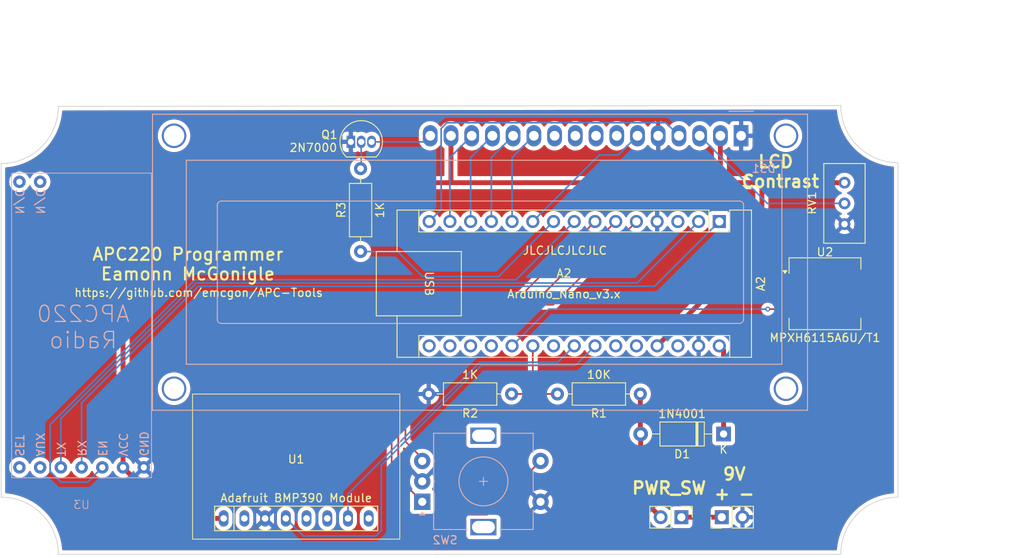
<source format=kicad_pcb>
(kicad_pcb (version 20240108) (generator "pcbnew") (generator_version "8.0")
  (title_block (title "APC220 Programmer") (company "Eamonn McGonigle") (comment 1 "https://github.com/emcgon/APC220-Tools") (comment 4 "Should fit in a Hammond 1591CS box"))
  (layers (0 "F.Cu" signal) (31 "B.Cu" signal) (34 "B.Paste" user) (35 "F.Paste" user) (36 "B.SilkS" user "B.Silkscreen") (37 "F.SilkS" user "F.Silkscreen") (38 "B.Mask" user) (39 "F.Mask" user) (44 "Edge.Cuts" user))
  (net 0 "")
  (net 2 "Net-(A2-VIN)")
  (net 6 "APC220_TXD")
  (net 7 "APC220_RXD")
  (net 8 "ROTARY_ENC_A")
  (net 9 "ROTARY_ENC_B")
  (net 10 "ROTARY_ENC_SWITCH")
  (net 11 "APC220_EN")
  (net 12 "LCD_BACKLIGHT")
  (net 13 "LCD_EN")
  (net 14 "LCD_D4")
  (net 15 "LCD_D5")
  (net 16 "LCD_D6")
  (net 17 "LCD_D7")
  (net 18 "LCD_RS")
  (net 21 "GND")
  (net 25 "Net-(A2-A1)")
  (net 26 "+5V")
  (net 27 "Net-(DS1-VO)")
  (net 32 "Net-(DS1-LED(-))")
  (net 35 "/Battery Sense")
  (net 36 "Net-(BT1-+)")
  (net 42 "Net-(Q1-G)")
  (net 49 "/I2C_SCL")
  (net 50 "/I2C_SDA")
  (net 51 "Net-(D1-A)")
  (footprint "Sensor_Pressure:Freescale_98ARH99089A" (layer "F.Cu") (at 180.11 96.61)
    (property "Reference" "U2" (at 0 -5.1 0) (layer "F.SilkS"))
    (property "Value" "MPXH6115A6U/T1" (at 0 5.4 0) (layer "F.SilkS"))
    (fp_line (start -4.4 -4.4) (end -4.4 -2.5) (stroke (width 0.12)) (layer "F.SilkS"))
    (fp_line (start -4.4 4.4) (end -4.4 3) (stroke (width 0.12)) (layer "F.SilkS"))
    (fp_line (start 4.4 -4.4) (end -4.4 -4.4) (stroke (width 0.12)) (layer "F.SilkS"))
    (fp_line (start 4.4 -3) (end 4.4 -4.4) (stroke (width 0.12)) (layer "F.SilkS"))
    (fp_line (start 4.4 3) (end 4.4 4.4) (stroke (width 0.12)) (layer "F.SilkS"))
    (fp_line (start 4.4 4.4) (end -4.4 4.4) (stroke (width 0.12)) (layer "F.SilkS"))
    (fp_poly (pts (xy -4.9 -2.5) (xy -5.14 -2.83) (xy -4.66 -2.83) (xy -4.9 -2.5)) (stroke (width 0.12)) (fill solid) (layer "F.SilkS"))
    (pad "1" smd rect (at -4.9149 -1.905) (size 1.35 0.7) (layers "F.Cu" "F.Paste" "F.Mask"))
    (pad "2" smd rect (at -4.9149 -0.635) (size 1.35 0.7) (layers "F.Cu" "F.Paste" "F.Mask") (net 26 "+5V"))
    (pad "3" smd rect (at -4.9149 0.635) (size 1.35 0.7) (layers "F.Cu" "F.Paste" "F.Mask") (net 21 "GND"))
    (pad "4" smd rect (at -4.9149 1.905) (size 1.35 0.7) (layers "F.Cu" "F.Paste" "F.Mask") (net 25 "Net-(A2-A1)"))
    (pad "5" smd rect (at 4.9149 1.905) (size 1.35 0.7) (layers "F.Cu" "F.Paste" "F.Mask"))
    (pad "6" smd rect (at 4.9149 0.635) (size 1.35 0.7) (layers "F.Cu" "F.Paste" "F.Mask"))
    (pad "7" smd rect (at 4.9149 -0.635) (size 1.35 0.7) (layers "F.Cu" "F.Paste" "F.Mask"))
    (pad "8" smd rect (at 4.9149 -1.905) (size 1.35 0.7) (layers "F.Cu" "F.Paste" "F.Mask"))
  )
  (footprint "Resistor_THT:R_Axial_DIN0207_L6.3mm_D2.5mm_P10.16mm_Horizontal" (layer "F.Cu") (at 123.19 91.44 90)
    (property "Reference" "R3" (at 5.08 -2.37 -90) (layer "F.SilkS"))
    (property "Value" "1K" (at 5.08 2.37 -90) (layer "F.SilkS"))
    (fp_line (start 8.35 -1.37) (end 1.81 -1.37) (stroke (width 0.12)) (layer "F.SilkS"))
    (fp_line (start 1.81 -1.37) (end 1.81 1.37) (stroke (width 0.12)) (layer "F.SilkS"))
    (fp_line (start 9.12 0) (end 8.35 0) (stroke (width 0.12)) (layer "F.SilkS"))
    (fp_line (start 1.04 0) (end 1.81 0) (stroke (width 0.12)) (layer "F.SilkS"))
    (fp_line (start 8.35 1.37) (end 8.35 -1.37) (stroke (width 0.12)) (layer "F.SilkS"))
    (fp_line (start 1.81 1.37) (end 8.35 1.37) (stroke (width 0.12)) (layer "F.SilkS"))
    (pad "1" thru_hole circle (at 0 0 90) (size 1.6 1.6) (drill 0.8) (layers "*.Cu" "*.Mask") (net 12 "LCD_BACKLIGHT"))
    (pad "2" thru_hole oval (at 10.16 0 90) (size 1.6 1.6) (drill 0.8) (layers "*.Cu" "*.Mask") (net 42 "Net-(Q1-G)"))
  )
  (footprint "Connector_PinHeader_2.54mm:PinHeader_1x02_P2.54mm_Vertical" (layer "F.Cu") (at 167.46 124 90)
    (property "Reference" "BT1" (hide yes))
    (property "Value" "9V PP3")
    (fp_line (start -1.33 -1.33) (end 0 -1.33) (stroke (width 0.12)) (layer "F.SilkS"))
    (fp_line (start -1.33 0) (end -1.33 -1.33) (stroke (width 0.12)) (layer "F.SilkS"))
    (fp_line (start 1.33 1.27) (end 1.33 3.87) (stroke (width 0.12)) (layer "F.SilkS"))
    (fp_line (start -1.33 1.27) (end 1.33 1.27) (stroke (width 0.12)) (layer "F.SilkS"))
    (fp_line (start -1.33 1.27) (end -1.33 3.87) (stroke (width 0.12)) (layer "F.SilkS"))
    (fp_line (start -1.33 3.87) (end 1.33 3.87) (stroke (width 0.12)) (layer "F.SilkS"))
    (pad "1" thru_hole rect (at 0 0 90) (size 1.7 1.7) (drill 1) (layers "*.Cu" "*.Mask") (net 36 "Net-(BT1-+)"))
    (pad "2" thru_hole oval (at 0 2.54 90) (size 1.7 1.7) (drill 1) (layers "*.Cu" "*.Mask") (net 21 "GND"))
  )
  (footprint "Potentiometer_THT:Potentiometer_Bourns_3296W_Vertical" (layer "F.Cu") (at 182.5 88.08 -90)
    (property "Reference" "RV1" (at -2.58 4 90) (layer "F.SilkS"))
    (property "Value" "R_POT_TRIM")
    (fp_line (start -7.425 2.54) (end 2.345 2.54) (stroke (width 0.12)) (layer "F.SilkS"))
    (fp_line (start -7.425 -2.53) (end -7.425 2.54) (stroke (width 0.12)) (layer "F.SilkS"))
    (fp_line (start -7.425 -2.53) (end 2.345 -2.53) (stroke (width 0.12)) (layer "F.SilkS"))
    (fp_line (start 2.345 -2.53) (end 2.345 2.54) (stroke (width 0.12)) (layer "F.SilkS"))
    (pad "1" thru_hole circle (at 0 0 270) (size 1.44 1.44) (drill 0.8) (layers "*.Cu" "*.Mask") (net 21 "GND"))
    (pad "2" thru_hole circle (at -2.54 0 270) (size 1.44 1.44) (drill 0.8) (layers "*.Cu" "*.Mask") (net 27 "Net-(DS1-VO)"))
    (pad "3" thru_hole circle (at -5.08 0 270) (size 1.44 1.44) (drill 0.8) (layers "*.Cu" "*.Mask") (net 26 "+5V"))
  )
  (footprint "Library:Adafruit BMP390 Module" (layer "F.Cu") (at 115.3 124.15)
    (property "Reference" "U1" (at 0 -7.25 0) (layer "F.SilkS"))
    (property "Value" "Adafruit BMP390 Module" (at 0 -2.5 0) (layer "F.SilkS"))
    (fp_line (start -9.99 -1.5) (end 9.99 -1.5) (stroke (width 0.12)) (layer "F.SilkS"))
    (fp_line (start -9.99 1.5) (end -9.99 -1.5) (stroke (width 0.12)) (layer "F.SilkS"))
    (fp_line (start -7.62 -1.5) (end -7.62 1.5) (stroke (width 0.12)) (layer "F.SilkS"))
    (fp_line (start 9.99 -1.5) (end 9.99 1.5) (stroke (width 0.12)) (layer "F.SilkS"))
    (fp_line (start 9.99 1.5) (end -9.99 1.5) (stroke (width 0.12)) (layer "F.SilkS"))
    (fp_rect (start -12.7 -15.24) (end 12.7 2.54) (stroke (width 0.1)) (fill none) (layer "F.SilkS"))
    (pad "1" thru_hole oval (at -8.89 0) (size 1.2 2) (drill 0.8) (layers "*.Cu" "*.Mask") (net 26 "+5V"))
    (pad "2" thru_hole oval (at -6.35 0) (size 1.2 2) (drill 0.8) (layers "*.Cu" "*.Mask"))
    (pad "3" thru_hole oval (at -3.81 0) (size 1.2 2) (drill 0.8) (layers "*.Cu" "*.Mask") (net 21 "GND"))
    (pad "4" thru_hole oval (at -1.27 0) (size 1.2 2) (drill 0.8) (layers "*.Cu" "*.Mask") (net 49 "/I2C_SCL"))
    (pad "5" thru_hole oval (at 1.27 0) (size 1.2 2) (drill 0.8) (layers "*.Cu" "*.Mask"))
    (pad "6" thru_hole oval (at 3.81 0) (size 1.2 2) (drill 0.8) (layers "*.Cu" "*.Mask"))
    (pad "7" thru_hole oval (at 6.35 0) (size 1.2 2) (drill 0.8) (layers "*.Cu" "*.Mask") (net 50 "/I2C_SDA"))
    (pad "8" thru_hole oval (at 8.89 0) (size 1.2 2) (drill 0.8) (layers "*.Cu" "*.Mask"))
  )
  (footprint "Resistor_THT:R_Axial_DIN0207_L6.3mm_D2.5mm_P10.16mm_Horizontal" (layer "F.Cu") (at 141.7 108.9 180)
    (property "Reference" "R2" (at 5.08 -2.37 180) (layer "F.SilkS"))
    (property "Value" "1K" (at 5.08 2.37 180) (layer "F.SilkS"))
    (fp_line (start 9.12 0) (end 8.35 0) (stroke (width 0.12)) (layer "F.SilkS"))
    (fp_line (start 8.35 1.37) (end 8.35 -1.37) (stroke (width 0.12)) (layer "F.SilkS"))
    (fp_line (start 8.35 -1.37) (end 1.81 -1.37) (stroke (width 0.12)) (layer "F.SilkS"))
    (fp_line (start 1.81 1.37) (end 8.35 1.37) (stroke (width 0.12)) (layer "F.SilkS"))
    (fp_line (start 1.81 -1.37) (end 1.81 1.37) (stroke (width 0.12)) (layer "F.SilkS"))
    (fp_line (start 1.04 0) (end 1.81 0) (stroke (width 0.12)) (layer "F.SilkS"))
    (pad "1" thru_hole circle (at 0 0 180) (size 1.6 1.6) (drill 0.8) (layers "*.Cu" "*.Mask") (net 35 "/Battery Sense"))
    (pad "2" thru_hole oval (at 10.16 0 180) (size 1.6 1.6) (drill 0.8) (layers "*.Cu" "*.Mask") (net 21 "GND"))
  )
  (footprint "Resistor_THT:R_Axial_DIN0207_L6.3mm_D2.5mm_P10.16mm_Horizontal" (layer "F.Cu") (at 157.48 108.9 180)
    (property "Reference" "R1" (at 5.08 -2.37 180) (layer "F.SilkS"))
    (property "Value" "10K" (at 5.08 2.37 180) (layer "F.SilkS"))
    (fp_line (start 9.12 0) (end 8.35 0) (stroke (width 0.12)) (layer "F.SilkS"))
    (fp_line (start 8.35 1.37) (end 8.35 -1.37) (stroke (width 0.12)) (layer "F.SilkS"))
    (fp_line (start 8.35 -1.37) (end 1.81 -1.37) (stroke (width 0.12)) (layer "F.SilkS"))
    (fp_line (start 1.81 1.37) (end 8.35 1.37) (stroke (width 0.12)) (layer "F.SilkS"))
    (fp_line (start 1.81 -1.37) (end 1.81 1.37) (stroke (width 0.12)) (layer "F.SilkS"))
    (fp_line (start 1.04 0) (end 1.81 0) (stroke (width 0.12)) (layer "F.SilkS"))
    (pad "1" thru_hole circle (at 0 0 180) (size 1.6 1.6) (drill 0.8) (layers "*.Cu" "*.Mask") (net 51 "Net-(D1-A)"))
    (pad "2" thru_hole oval (at 10.16 0 180) (size 1.6 1.6) (drill 0.8) (layers "*.Cu" "*.Mask") (net 35 "/Battery Sense"))
  )
  (footprint "Diode_THT:D_A-405_P10.16mm_Horizontal" (layer "F.Cu") (at 167.68 113.8 180)
    (property "Reference" "D1" (at 5.08 -2.47 180) (layer "F.SilkS"))
    (property "Value" "1N4001" (at 5.08 2.47 180) (layer "F.SilkS"))
    (fp_line (start 9.02 0) (end 7.8 0) (stroke (width 0.12)) (layer "F.SilkS"))
    (fp_line (start 7.8 1.47) (end 7.8 -1.47) (stroke (width 0.12)) (layer "F.SilkS"))
    (fp_line (start 7.8 -1.47) (end 2.36 -1.47) (stroke (width 0.12)) (layer "F.SilkS"))
    (fp_line (start 3.38 -1.47) (end 3.38 1.47) (stroke (width 0.12)) (layer "F.SilkS"))
    (fp_line (start 3.26 -1.47) (end 3.26 1.47) (stroke (width 0.12)) (layer "F.SilkS"))
    (fp_line (start 3.14 -1.47) (end 3.14 1.47) (stroke (width 0.12)) (layer "F.SilkS"))
    (fp_line (start 2.36 1.47) (end 7.8 1.47) (stroke (width 0.12)) (layer "F.SilkS"))
    (fp_line (start 2.36 -1.47) (end 2.36 1.47) (stroke (width 0.12)) (layer "F.SilkS"))
    (fp_line (start 1.14 0) (end 2.36 0) (stroke (width 0.12)) (layer "F.SilkS"))
    (fp_text user "K" (at 0 -1.9 180) (layer "F.SilkS"))
    (pad "1" thru_hole rect (at 0 0 180) (size 1.8 1.8) (drill 0.9) (layers "*.Cu" "*.Mask") (net 2 "Net-(A2-VIN)"))
    (pad "2" thru_hole oval (at 10.16 0 180) (size 1.8 1.8) (drill 0.9) (layers "*.Cu" "*.Mask") (net 51 "Net-(D1-A)"))
  )
  (footprint "Package_TO_SOT_THT:TO-92_Inline" (layer "F.Cu") (at 122 78)
    (property "Reference" "Q1" (at -2.63 -0.87 0) (layer "F.SilkS"))
    (property "Value" "2N7000" (at -4.6 0.72 0) (layer "F.SilkS"))
    (fp_line (start -0.53 1.85) (end 3.07 1.85) (stroke (width 0.12)) (layer "F.SilkS"))
    (fp_arc (start -0.568478 1.838478) (mid -1.132087 -0.994977) (end 1.27 -2.6) (stroke (width 0.12)) (layer "F.SilkS"))
    (fp_arc (start 1.27 -2.6) (mid 3.672087 -0.994977) (end 3.108478 1.838478) (stroke (width 0.12)) (layer "F.SilkS"))
    (pad "1" thru_hole rect (at 0 0) (size 1.05 1.5) (drill 0.75) (layers "*.Cu" "*.Mask") (net 21 "GND"))
    (pad "2" thru_hole oval (at 1.27 0) (size 1.05 1.5) (drill 0.75) (layers "*.Cu" "*.Mask") (net 42 "Net-(Q1-G)"))
    (pad "3" thru_hole oval (at 2.54 0) (size 1.05 1.5) (drill 0.75) (layers "*.Cu" "*.Mask") (net 32 "Net-(DS1-LED(-))"))
  )
  (footprint "Connector_PinHeader_2.54mm:PinHeader_1x02_P2.54mm_Vertical" (layer "F.Cu") (at 162.51 124 -90)
    (property "Reference" "SW1" (hide yes))
    (property "Value" "SW_SPST")
    (fp_line (start -1.33 3.87) (end 1.33 3.87) (stroke (width 0.12)) (layer "F.SilkS"))
    (fp_line (start -1.33 1.27) (end -1.33 3.87) (stroke (width 0.12)) (layer "F.SilkS"))
    (fp_line (start -1.33 1.27) (end 1.33 1.27) (stroke (width 0.12)) (layer "F.SilkS"))
    (fp_line (start 1.33 1.27) (end 1.33 3.87) (stroke (width 0.12)) (layer "F.SilkS"))
    (fp_line (start -1.33 0) (end -1.33 -1.33) (stroke (width 0.12)) (layer "F.SilkS"))
    (fp_line (start -1.33 -1.33) (end 0 -1.33) (stroke (width 0.12)) (layer "F.SilkS"))
    (pad "1" thru_hole rect (at 0 0 270) (size 1.7 1.7) (drill 1) (layers "*.Cu" "*.Mask") (net 36 "Net-(BT1-+)"))
    (pad "2" thru_hole oval (at 0 2.54 270) (size 1.7 1.7) (drill 1) (layers "*.Cu" "*.Mask") (net 51 "Net-(D1-A)"))
  )
  (footprint "Module:Arduino_Nano" (layer "F.Cu") (at 167.16 87.76 -90)
    (property "Reference" "A2" (at 7.62 -5.08 90) (layer "F.SilkS"))
    (property "Value" "Arduino_Nano_v3.x" (at 8.89 19.05 180) (layer "F.SilkS"))
    (fp_line (start 3.68 42.04) (end 3.68 31.62) (stroke (width 0.12)) (layer "F.SilkS"))
    (fp_line (start 11.56 42.04) (end 3.68 42.04) (stroke (width 0.12)) (layer "F.SilkS"))
    (fp_line (start -1.4 39.5) (end 3.68 39.5) (stroke (width 0.12)) (layer "F.SilkS"))
    (fp_line (start 16.64 39.5) (end 11.56 39.5) (stroke (width 0.12)) (layer "F.SilkS"))
    (fp_line (start 16.64 39.5) (end 16.64 -3.94) (stroke (width 0.12)) (layer "F.SilkS"))
    (fp_line (start 1.27 36.83) (end -1.4 36.83) (stroke (width 0.12)) (layer "F.SilkS"))
    (fp_line (start 13.97 36.83) (end 16.64 36.83) (stroke (width 0.12)) (layer "F.SilkS"))
    (fp_line (start 3.68 31.62) (end 11.56 31.62) (stroke (width 0.12)) (layer "F.SilkS"))
    (fp_line (start 11.56 31.62) (end 11.56 42.04) (stroke (width 0.12)) (layer "F.SilkS"))
    (fp_line (start -1.4 1.27) (end -1.4 39.5) (stroke (width 0.12)) (layer "F.SilkS"))
    (fp_line (start 1.27 1.27) (end 1.27 36.83) (stroke (width 0.12)) (layer "F.SilkS"))
    (fp_line (start 1.27 1.27) (end -1.4 1.27) (stroke (width 0.12)) (layer "F.SilkS"))
    (fp_line (start 1.27 1.27) (end 1.27 -1.27) (stroke (width 0.12)) (layer "F.SilkS"))
    (fp_line (start 1.27 -1.27) (end -1.4 -1.27) (stroke (width 0.12)) (layer "F.SilkS"))
    (fp_line (start 13.97 -1.27) (end 13.97 36.83) (stroke (width 0.12)) (layer "F.SilkS"))
    (fp_line (start 13.97 -1.27) (end 16.64 -1.27) (stroke (width 0.12)) (layer "F.SilkS"))
    (fp_line (start -1.4 -3.94) (end -1.4 -1.27) (stroke (width 0.12)) (layer "F.SilkS"))
    (fp_line (start 16.64 -3.94) (end -1.4 -3.94) (stroke (width 0.12)) (layer "F.SilkS"))
    (fp_text user "USB" (at 7.62 35.56 -90) (layer "F.SilkS"))
    (fp_text user "${REFERENCE}" (at 6.35 19.05 180) (layer "F.SilkS"))
    (pad "1" thru_hole rect (at 0 0 270) (size 1.6 1.6) (drill 1) (layers "*.Cu" "*.Mask") (net 7 "APC220_RXD"))
    (pad "2" thru_hole oval (at 0 2.54 270) (size 1.6 1.6) (drill 1) (layers "*.Cu" "*.Mask") (net 6 "APC220_TXD"))
    (pad "3" thru_hole oval (at 0 5.08 270) (size 1.6 1.6) (drill 1) (layers "*.Cu" "*.Mask"))
    (pad "4" thru_hole oval (at 0 7.62 270) (size 1.6 1.6) (drill 1) (layers "*.Cu" "*.Mask") (net 21 "GND"))
    (pad "5" thru_hole oval (at 0 10.16 270) (size 1.6 1.6) (drill 1) (layers "*.Cu" "*.Mask") (net 9 "ROTARY_ENC_B"))
    (pad "6" thru_hole oval (at 0 12.7 270) (size 1.6 1.6) (drill 1) (layers "*.Cu" "*.Mask") (net 8 "ROTARY_ENC_A"))
    (pad "7" thru_hole oval (at 0 15.24 270) (size 1.6 1.6) (drill 1) (layers "*.Cu" "*.Mask") (net 10 "ROTARY_ENC_SWITCH"))
    (pad "8" thru_hole oval (at 0 17.78 270) (size 1.6 1.6) (drill 1) (layers "*.Cu" "*.Mask") (net 11 "APC220_EN"))
    (pad "9" thru_hole oval (at 0 20.32 270) (size 1.6 1.6) (drill 1) (layers "*.Cu" "*.Mask") (net 12 "LCD_BACKLIGHT"))
    (pad "10" thru_hole oval (at 0 22.86 270) (size 1.6 1.6) (drill 1) (layers "*.Cu" "*.Mask") (net 13 "LCD_EN"))
    (pad "11" thru_hole oval (at 0 25.4 270) (size 1.6 1.6) (drill 1) (layers "*.Cu" "*.Mask") (net 14 "LCD_D4"))
    (pad "12" thru_hole oval (at 0 27.94 270) (size 1.6 1.6) (drill 1) (layers "*.Cu" "*.Mask") (net 15 "LCD_D5"))
    (pad "13" thru_hole oval (at 0 30.48 270) (size 1.6 1.6) (drill 1) (layers "*.Cu" "*.Mask") (net 16 "LCD_D6"))
    (pad "14" thru_hole oval (at 0 33.02 270) (size 1.6 1.6) (drill 1) (layers "*.Cu" "*.Mask") (net 17 "LCD_D7"))
    (pad "15" thru_hole oval (at 0 35.56 270) (size 1.6 1.6) (drill 1) (layers "*.Cu" "*.Mask") (net 18 "LCD_RS"))
    (pad "16" thru_hole oval (at 15.24 35.56 270) (size 1.6 1.6) (drill 1) (layers "*.Cu" "*.Mask"))
    (pad "17" thru_hole oval (at 15.24 33.02 270) (size 1.6 1.6) (drill 1) (layers "*.Cu" "*.Mask"))
    (pad "18" thru_hole oval (at 15.24 30.48 270) (size 1.6 1.6) (drill 1) (layers "*.Cu" "*.Mask"))
    (pad "19" thru_hole oval (at 15.24 27.94 270) (size 1.6 1.6) (drill 1) (layers "*.Cu" "*.Mask"))
    (pad "20" thru_hole oval (at 15.24 25.4 270) (size 1.6 1.6) (drill 1) (layers "*.Cu" "*.Mask") (net 25 "Net-(A2-A1)"))
    (pad "21" thru_hole oval (at 15.24 22.86 270) (size 1.6 1.6) (drill 1) (layers "*.Cu" "*.Mask") (net 35 "/Battery Sense"))
    (pad "22" thru_hole oval (at 15.24 20.32 270) (size 1.6 1.6) (drill 1) (layers "*.Cu" "*.Mask"))
    (pad "23" thru_hole oval (at 15.24 17.78 270) (size 1.6 1.6) (drill 1) (layers "*.Cu" "*.Mask") (net 50 "/I2C_SDA"))
    (pad "24" thru_hole oval (at 15.24 15.24 270) (size 1.6 1.6) (drill 1) (layers "*.Cu" "*.Mask") (net 49 "/I2C_SCL"))
    (pad "25" thru_hole oval (at 15.24 12.7 270) (size 1.6 1.6) (drill 1) (layers "*.Cu" "*.Mask"))
    (pad "26" thru_hole oval (at 15.24 10.16 270) (size 1.6 1.6) (drill 1) (layers "*.Cu" "*.Mask"))
    (pad "27" thru_hole oval (at 15.24 7.62 270) (size 1.6 1.6) (drill 1) (layers "*.Cu" "*.Mask") (net 26 "+5V"))
    (pad "28" thru_hole oval (at 15.24 5.08 270) (size 1.6 1.6) (drill 1) (layers "*.Cu" "*.Mask"))
    (pad "29" thru_hole oval (at 15.24 2.54 270) (size 1.6 1.6) (drill 1) (layers "*.Cu" "*.Mask") (net 21 "GND"))
    (pad "30" thru_hole oval (at 15.24 0 270) (size 1.6 1.6) (drill 1) (layers "*.Cu" "*.Mask") (net 2 "Net-(A2-VIN)"))
  )
  (footprint "Library:APC220 Radio" (layer "B.Cu") (at 89 101.385 180)
    (property "Reference" "U3" (at 0 -21.09 0) (layer "B.SilkS") (effects (font (thickness 0.1)) (justify mirror)))
    (property "Value" "~")
    (fp_rect (start 8.5725 -17.78) (end -8.5725 19.55) (stroke (width 0.1)) (fill none) (layer "B.SilkS"))
    (fp_text user "EN" (at -2.54 -15.24 -90) (layer "B.SilkS") (effects (justify left mirror)))
    (fp_text user "N/C" (at 5.08 17.728 -90) (layer "B.SilkS") (effects (justify right mirror)))
    (fp_text user "RX" (at 0 -15.24 -90) (layer "B.SilkS") (effects (justify left mirror)))
    (fp_text user "VCC" (at -5.08 -15.24 -90) (layer "B.SilkS") (effects (justify left mirror)))
    (fp_text user "GND" (at -7.62 -15.24 -90) (layer "B.SilkS") (effects (justify left mirror)))
    (fp_text user "AUX" (at 5.08 -15.24 -90) (layer "B.SilkS") (effects (justify left mirror)))
    (fp_text user "TX" (at 2.54 -15.24 -90) (layer "B.SilkS") (effects (justify left mirror)))
    (fp_text user "SET" (at 7.62 -15.24 -90) (layer "B.SilkS") (effects (justify left mirror)))
    (fp_text user "N/C" (at 7.62 17.728 -90) (layer "B.SilkS") (effects (justify right mirror)))
    (pad "1" thru_hole circle (at -7.62 -16.51 180) (size 1.524 1.524) (drill 0.762) (layers "*.Cu" "*.Mask" "Eco1.User") (net 21 "GND"))
    (pad "2" thru_hole circle (at -5.08 -16.51 180) (size 1.524 1.524) (drill 0.762) (layers "*.Cu" "*.Mask") (net 26 "+5V"))
    (pad "3" thru_hole circle (at -2.54 -16.51 180) (size 1.524 1.524) (drill 0.762) (layers "*.Cu" "*.Mask") (net 11 "APC220_EN"))
    (pad "4" thru_hole circle (at 0 -16.51 180) (size 1.524 1.524) (drill 0.762) (layers "*.Cu" "*.Mask") (net 7 "APC220_RXD"))
    (pad "5" thru_hole circle (at 2.54 -16.51 180) (size 1.524 1.524) (drill 0.762) (layers "*.Cu" "*.Mask") (net 6 "APC220_TXD"))
    (pad "6" thru_hole circle (at 5.08 -16.51 180) (size 1.524 1.524) (drill 0.762) (layers "*.Cu" "*.Mask"))
    (pad "7" thru_hole circle (at 7.62 -16.51 180) (size 1.524 1.524) (drill 0.762) (layers "*.Cu" "*.Mask"))
    (pad "8" thru_hole circle (at 5.08 18.49 180) (size 1.524 1.524) (drill 0.762) (layers "*.Cu" "*.Mask"))
    (pad "9" thru_hole circle (at 7.62 18.49 180) (size 1.524 1.524) (drill 0.762) (layers "*.Cu" "*.Mask"))
  )
  (footprint "Display:WC1602A" (layer "B.Cu") (at 169.83 77.2525 180)
    (property "Reference" "DS1" (at -2.77 -4.0275 180) (layer "B.SilkS") (effects (justify mirror)))
    (property "Value" "WC1602A")
    (fp_line (start 72.14 2.64) (end 72.14 -33.64) (stroke (width 0.12)) (layer "B.SilkS"))
    (fp_line (start 72.14 -33.64) (end -8.14 -33.64) (stroke (width 0.12)) (layer "B.SilkS"))
    (fp_line (start 68 -3) (end -5 -3) (stroke (width 0.12)) (layer "B.SilkS"))
    (fp_line (start 68 -28) (end 68 -3) (stroke (width 0.12)) (layer "B.SilkS"))
    (fp_line (start 64.2 -22.5) (end 64.2 -8.5) (stroke (width 0.12)) (layer "B.SilkS"))
    (fp_line (start 63.7 -8) (end 0.2 -8) (stroke (width 0.12)) (layer "B.SilkS"))
    (fp_line (start 1.5 3) (end -1.5 3) (stroke (width 0.12)) (layer "B.SilkS"))
    (fp_line (start 0.2 -23) (end 63.70066 -23) (stroke (width 0.12)) (layer "B.SilkS"))
    (fp_line (start -0.29972 -8.5) (end -0.29972 -22.49932) (stroke (width 0.12)) (layer "B.SilkS"))
    (fp_line (start -5 -3) (end -5 -28) (stroke (width 0.12)) (layer "B.SilkS"))
    (fp_line (start -5 -28) (end 68 -28) (stroke (width 0.12)) (layer "B.SilkS"))
    (fp_line (start -7.34 2.64) (end 72.14 2.64) (stroke (width 0.12)) (layer "B.SilkS"))
    (fp_line (start -7.34 2.64) (end -8.13 2.64) (stroke (width 0.12)) (layer "B.SilkS"))
    (fp_line (start -8.14 -33.64) (end -8.14 2.64) (stroke (width 0.12)) (layer "B.SilkS"))
    (fp_arc (start 64.2 -8.5) (mid 64.053553 -8.146447) (end 63.7 -8) (stroke (width 0.12)) (layer "B.SilkS"))
    (fp_arc (start 63.70066 -22.9997) (mid 64.05448 -22.853151) (end 64.20104 -22.49932) (stroke (width 0.12)) (layer "B.SilkS"))
    (fp_arc (start 0.20066 -7.99846) (mid -0.153162 -8.145018) (end -0.29972 -8.49884) (stroke (width 0.12)) (layer "B.SilkS"))
    (fp_arc (start -0.29972 -22.49932) (mid -0.153162 -22.853142) (end 0.20066 -22.9997) (stroke (width 0.12)) (layer "B.SilkS"))
    (pad "" thru_hole circle (at -5.4991 -31.0007 180) (size 3 3) (drill 2.5) (layers "*.Cu" "*.Mask"))
    (pad "" thru_hole circle (at -5.4991 0 180) (size 3 3) (drill 2.5) (layers "*.Cu" "*.Mask"))
    (pad "" thru_hole circle (at 69.49948 -31.0007 180) (size 3 3) (drill 2.5) (layers "*.Cu" "*.Mask"))
    (pad "" thru_hole circle (at 69.5 0 180) (size 3 3) (drill 2.5) (layers "*.Cu" "*.Mask"))
    (pad "1" thru_hole rect (at 0 0 180) (size 1.8 2.6) (drill 1.2) (layers "*.Cu" "*.Mask") (net 21 "GND"))
    (pad "2" thru_hole oval (at 2.54 0 180) (size 1.8 2.6) (drill 1.2) (layers "*.Cu" "*.Mask") (net 26 "+5V"))
    (pad "3" thru_hole oval (at 5.08 0 180) (size 1.8 2.6) (drill 1.2) (layers "*.Cu" "*.Mask") (net 27 "Net-(DS1-VO)"))
    (pad "4" thru_hole oval (at 7.62 0 180) (size 1.8 2.6) (drill 1.2) (layers "*.Cu" "*.Mask") (net 18 "LCD_RS"))
    (pad "5" thru_hole oval (at 10.16 0 180) (size 1.8 2.6) (drill 1.2) (layers "*.Cu" "*.Mask") (net 21 "GND"))
    (pad "6" thru_hole oval (at 12.7 0 180) (size 1.8 2.6) (drill 1.2) (layers "*.Cu" "*.Mask") (net 13 "LCD_EN"))
    (pad "7" thru_hole oval (at 15.24 0 180) (size 1.8 2.6) (drill 1.2) (layers "*.Cu" "*.Mask"))
    (pad "8" thru_hole oval (at 17.78 0 180) (size 1.8 2.6) (drill 1.2) (layers "*.Cu" "*.Mask"))
    (pad "9" thru_hole oval (at 20.32 0 180) (size 1.8 2.6) (drill 1.2) (layers "*.Cu" "*.Mask"))
    (pad "10" thru_hole oval (at 22.86 0 180) (size 1.8 2.6) (drill 1.2) (layers "*.Cu" "*.Mask"))
    (pad "11" thru_hole oval (at 25.4 0 180) (size 1.8 2.6) (drill 1.2) (layers "*.Cu" "*.Mask") (net 14 "LCD_D4"))
    (pad "12" thru_hole oval (at 27.94 0 180) (size 1.8 2.6) (drill 1.2) (layers "*.Cu" "*.Mask") (net 15 "LCD_D5"))
    (pad "13" thru_hole oval (at 30.48 0 180) (size 1.8 2.6) (drill 1.2) (layers "*.Cu" "*.Mask") (net 16 "LCD_D6"))
    (pad "14" thru_hole oval (at 33.02 0 180) (size 1.8 2.6) (drill 1.2) (layers "*.Cu" "*.Mask") (net 17 "LCD_D7"))
    (pad "15" thru_hole oval (at 35.56 0 180) (size 1.8 2.6) (drill 1.2) (layers "*.Cu" "*.Mask") (net 26 "+5V"))
    (pad "16" thru_hole oval (at 38.1 0 180) (size 1.8 2.6) (drill 1.2) (layers "*.Cu" "*.Mask") (net 32 "Net-(DS1-LED(-))"))
  )
  (footprint "Rotary_Encoder:RotaryEncoder_Alps_EC11E-Switch_Vertical_H20mm" (layer "B.Cu") (at 130.75 122.11)
    (property "Reference" "SW2" (at 2.8 4.7 0) (layer "B.SilkS") (effects (justify mirror)))
    (property "Value" "Rotary_Encoder_Switch")
    (fp_line (start -0.3 1.6) (end 0 1.3) (stroke (width 0.12)) (layer "B.SilkS"))
    (fp_line (start 0 1.3) (end 0.3 1.6) (stroke (width 0.12)) (layer "B.SilkS"))
    (fp_line (start 0.3 1.6) (end -0.3 1.6) (stroke (width 0.12)) (layer "B.SilkS"))
    (fp_line (start 1.4 -8.4) (end 1.4 3.4) (stroke (width 0.12)) (layer "B.SilkS"))
    (fp_line (start 1.4 -8.4) (end 5.5 -8.4) (stroke (width 0.12)) (layer "B.SilkS"))
    (fp_line (start 1.4 3.4) (end 5.5 3.4) (stroke (width 0.12)) (layer "B.SilkS"))
    (fp_line (start 7.5 -3) (end 7.5 -2) (stroke (width 0.12)) (layer "B.SilkS"))
    (fp_line (start 8 -2.5) (end 7 -2.5) (stroke (width 0.12)) (layer "B.SilkS"))
    (fp_line (start 9.5 -8.4) (end 13.6 -8.4) (stroke (width 0.12)) (layer "B.SilkS"))
    (fp_line (start 13.6 -8.4) (end 13.6 -6) (stroke (width 0.12)) (layer "B.SilkS"))
    (fp_line (start 13.6 -3.8) (end 13.6 -1.2) (stroke (width 0.12)) (layer "B.SilkS"))
    (fp_line (start 13.6 1) (end 13.6 3.4) (stroke (width 0.12)) (layer "B.SilkS"))
    (fp_line (start 13.6 3.4) (end 9.5 3.4) (stroke (width 0.12)) (layer "B.SilkS"))
    (fp_circle (center 7.5 -2.5) (end 10.5 -2.5) (stroke (width 0.12)) (fill none) (layer "B.SilkS"))
    (pad "A" thru_hole rect (at 0 0) (size 2 2) (drill 1) (layers "*.Cu" "*.Mask") (net 8 "ROTARY_ENC_A"))
    (pad "B" thru_hole circle (at 0 -5) (size 2 2) (drill 1) (layers "*.Cu" "*.Mask") (net 9 "ROTARY_ENC_B"))
    (pad "C" thru_hole circle (at 0 -2.5) (size 2 2) (drill 1) (layers "*.Cu" "*.Mask") (net 21 "GND"))
    (pad "MP" thru_hole rect (at 7.5 -8.1) (size 3.2 2) (drill oval 2.8 1.5) (layers "*.Cu" "*.Mask"))
    (pad "MP" thru_hole rect (at 7.5 3.1) (size 3.2 2) (drill oval 2.8 1.5) (layers "*.Cu" "*.Mask"))
    (pad "S1" thru_hole circle (at 14.5 -5) (size 2 2) (drill 1) (layers "*.Cu" "*.Mask") (net 10 "ROTARY_ENC_SWITCH"))
    (pad "S2" thru_hole circle (at 14.5 0) (size 2 2) (drill 1) (layers "*.Cu" "*.Mask") (net 21 "GND"))
  )
  (gr_arc (start 189.050249 80.550253) (mid 184.100502 78.5) (end 182.050249 73.550253) (stroke (width 0.1)) (layer "Edge.Cuts"))
  (gr_line (start 79.150253 121.550249) (end 79.150253 80.650253) (stroke (width 0.1)) (layer "Edge.Cuts"))
  (gr_arc (start 182.050249 128.550249) (mid 184.100502 123.600502) (end 189.050249 121.550249) (stroke (width 0.1)) (layer "Edge.Cuts"))
  (gr_line (start 182.050249 128.550249) (end 86.150253 128.550249) (stroke (width 0.1)) (layer "Edge.Cuts"))
  (gr_line (start 189.050249 80.550253) (end 189.050249 121.550249) (stroke (width 0.1)) (layer "Edge.Cuts"))
  (gr_arc (start 86.150253 73.650253) (mid 84.1 78.6) (end 79.150253 80.650253) (stroke (width 0.1)) (layer "Edge.Cuts"))
  (gr_arc (start 79.150253 121.550249) (mid 84.1 123.600502) (end 86.150253 128.550249) (stroke (width 0.1)) (layer "Edge.Cuts"))
  (gr_line (start 86.150253 73.650253) (end 182.050249 73.550253) (stroke (width 0.1)) (layer "Edge.Cuts"))
  (gr_text "APC220\nRadio" (at 89.2 100.7 0) (layer "B.SilkS") (effects (font (size 2 2)) (justify mirror)))
  (gr_text "https://github.com/emcgon/APC-Tools" (at 88.03 97.07 0) (layer "F.SilkS") (effects (font (size 1 1)) (justify left bottom)))
  (gr_text "APC220 Programmer\nEamonn McGonigle\n" (at 102.03 95.07 0) (layer "F.SilkS") (effects (font (size 1.5 1.5) (thickness 0.25)) (justify bottom)))
  (gr_text "JLCJLCJLCJLC" (at 143 91.9 0) (layer "F.SilkS") (effects (font (size 1 1)) (justify left bottom)))
  (gr_text "LCD \nContrast" (at 174.64 83.72 0) (layer "F.SilkS") (effects (font (size 1.5 1.5) (thickness 0.3) (bold yes)) (justify bottom)))
  (gr_text "9V\n+ -" (at 169 122 0) (layer "F.SilkS") (effects (font (size 1.5 1.5) (thickness 0.3) (bold yes)) (justify bottom)))
  (gr_text "PWR_SW" (at 161 121.31 0) (layer "F.SilkS") (effects (font (size 1.5 1.5) (thickness 0.3) (bold yes)) (justify bottom)))
  (segment (start 167.68 113.8) (end 167.68 103.52) (width 0.6) (layer "F.Cu") (net 2))
  (segment (start 167.68 103.52) (end 167.16 103) (width 0.6) (layer "F.Cu") (net 2))
  (segment (start 86.46 111.905686) (end 86.46 117.895) (width 0.2) (layer "B.Cu") (net 6))
  (segment (start 157.08 95.3) (end 103.065686 95.3) (width 0.2) (layer "B.Cu") (net 6))
  (segment (start 164.62 87.76) (end 157.08 95.3) (width 0.2) (layer "B.Cu") (net 6))
  (segment (start 103.065686 95.3) (end 86.46 111.905686) (width 0.2) (layer "B.Cu") (net 6))
  (segment (start 103.3 95.7) (end 89 110) (width 0.2) (layer "B.Cu") (net 7))
  (segment (start 89 110) (end 89 117.895) (width 0.2) (layer "B.Cu") (net 7))
  (segment (start 167.16 87.76) (end 159.22 95.7) (width 0.2) (layer "B.Cu") (net 7))
  (segment (start 159.22 95.7) (end 103.3 95.7) (width 0.2) (layer "B.Cu") (net 7))
  (segment (start 129.68 97.56) (end 144.66 97.56) (width 0.2) (layer "F.Cu") (net 8))
  (segment (start 127.8 119.16) (end 127.8 99.44) (width 0.2) (layer "F.Cu") (net 8))
  (segment (start 130.75 122.11) (end 127.8 119.16) (width 0.2) (layer "F.Cu") (net 8))
  (segment (start 144.66 97.56) (end 154.46 87.76) (width 0.2) (layer "F.Cu") (net 8))
  (segment (start 127.8 99.44) (end 129.68 97.56) (width 0.2) (layer "F.Cu") (net 8))
  (segment (start 128.69 99.77) (end 130.5 97.96) (width 0.2) (layer "F.Cu") (net 9))
  (segment (start 146.8 97.96) (end 157 87.76) (width 0.2) (layer "F.Cu") (net 9))
  (segment (start 130.52 116.55) (end 128.69 114.72) (width 0.2) (layer "F.Cu") (net 9))
  (segment (start 130.5 97.96) (end 146.8 97.96) (width 0.2) (layer "F.Cu") (net 9))
  (segment (start 128.69 114.72) (end 128.69 99.77) (width 0.2) (layer "F.Cu") (net 9))
  (segment (start 138.67 123.69) (end 129.46 123.69) (width 0.2) (layer "F.Cu") (net 10))
  (segment (start 145.25 117.11) (end 138.67 123.69) (width 0.2) (layer "F.Cu") (net 10))
  (segment (start 127 121.23) (end 127 99.05) (width 0.2) (layer "F.Cu") (net 10))
  (segment (start 142.52 97.16) (end 151.92 87.76) (width 0.2) (layer "F.Cu") (net 10))
  (segment (start 129.46 123.69) (end 127 121.23) (width 0.2) (layer "F.Cu") (net 10))
  (segment (start 128.89 97.16) (end 142.52 97.16) (width 0.2) (layer "F.Cu") (net 10))
  (segment (start 127 99.05) (end 128.89 97.16) (width 0.2) (layer "F.Cu") (net 10))
  (segment (start 85.14 118.38) (end 86.46 119.7) (width 0.2) (layer "B.Cu") (net 11))
  (segment (start 89.735 119.7) (end 91.54 117.895) (width 0.2) (layer "B.Cu") (net 11))
  (segment (start 86.46 119.7) (end 89.735 119.7) (width 0.2) (layer "B.Cu") (net 11))
  (segment (start 102.9 94.9) (end 85.14 112.66) (width 0.2) (layer "B.Cu") (net 11))
  (segment (start 85.14 112.66) (end 85.14 118.38) (width 0.2) (layer "B.Cu") (net 11))
  (segment (start 149.38 87.76) (end 142.24 94.9) (width 0.2) (layer "B.Cu") (net 11))
  (segment (start 142.24 94.9) (end 102.9 94.9) (width 0.2) (layer "B.Cu") (net 11))
  (segment (start 140.1 94.5) (end 146.84 87.76) (width 0.2) (layer "B.Cu") (net 12))
  (segment (start 130.8 94.5) (end 140.1 94.5) (width 0.2) (layer "B.Cu") (net 12))
  (segment (start 127.74 91.44) (end 130.8 94.5) (width 0.2) (layer "B.Cu") (net 12))
  (segment (start 123.19 91.44) (end 127.74 91.44) (width 0.2) (layer "B.Cu") (net 12))
  (segment (start 154.7825 79.6) (end 157.13 77.2525) (width 0.2) (layer "B.Cu") (net 13))
  (segment (start 144.3 87.76) (end 152.46 79.6) (width 0.2) (layer "B.Cu") (net 13))
  (segment (start 152.46 79.6) (end 154.7825 79.6) (width 0.2) (layer "B.Cu") (net 13))
  (segment (start 141.76 79.9225) (end 144.43 77.2525) (width 0.2) (layer "B.Cu") (net 14))
  (segment (start 141.76 87.76) (end 141.76 79.9225) (width 0.2) (layer "B.Cu") (net 14))
  (segment (start 139.22 87.76) (end 139.22 79.9225) (width 0.2) (layer "B.Cu") (net 15))
  (segment (start 139.22 79.9225) (end 141.89 77.2525) (width 0.2) (layer "B.Cu") (net 15))
  (segment (start 136.68 87.76) (end 136.68 79.9225) (width 0.2) (layer "B.Cu") (net 16))
  (segment (start 136.68 79.9225) (end 139.35 77.2525) (width 0.2) (layer "B.Cu") (net 16))
  (segment (start 134.14 79.9225) (end 136.81 77.2525) (width 0.2) (layer "B.Cu") (net 17))
  (segment (start 134.14 87.76) (end 134.14 79.9225) (width 0.2) (layer "B.Cu") (net 17))
  (segment (start 133.07 86.29) (end 133.07 76.355444) (width 0.2) (layer "B.Cu") (net 18))
  (segment (start 131.6 87.76) (end 133.07 86.29) (width 0.2) (layer "B.Cu") (net 18))
  (segment (start 160.61 75.6525) (end 162.21 77.2525) (width 0.2) (layer "B.Cu") (net 18))
  (segment (start 133.772944 75.6525) (end 160.61 75.6525) (width 0.2) (layer "B.Cu") (net 18))
  (segment (start 133.07 76.355444) (end 133.772944 75.6525) (width 0.2) (layer "B.Cu") (net 18))
  (segment (start 174.485 98.515) (end 175.1951 98.515) (width 0.2) (layer "F.Cu") (net 25))
  (segment (start 174.47 98.5) (end 174.485 98.515) (width 0.2) (layer "F.Cu") (net 25))
  (segment (start 173.1 98.5) (end 174.47 98.5) (width 0.2) (layer "F.Cu") (net 25))
  (via (at 173.1 98.5) (size 0.6) (drill 0.3) (layers "F.Cu" "B.Cu") (net 25))
  (segment (start 146.26 98.5) (end 141.76 103) (width 0.2) (layer "B.Cu") (net 25))
  (segment (start 173.1 98.5) (end 146.26 98.5) (width 0.2) (layer "B.Cu") (net 25))
  (segment (start 94.08 117.895) (end 100.335 124.15) (width 0.6) (layer "F.Cu") (net 26))
  (segment (start 134.27 82.97) (end 134.3 83) (width 0.6) (layer "F.Cu") (net 26))
  (segment (start 100.335 124.15) (end 106.41 124.15) (width 0.6) (layer "F.Cu") (net 26))
  (segment (start 172.3775 83) (end 167.4 83) (width 0.6) (layer "F.Cu") (net 26))
  (segment (start 172.3775 83) (end 172.3775 95.9525) (width 0.6) (layer "F.Cu") (net 26))
  (segment (start 159.54 103) (end 166.57 95.97) (width 0.6) (layer "F.Cu") (net 26))
  (segment (start 134.27 77.2525) (end 134.27 82.97) (width 0.6) (layer "F.Cu") (net 26))
  (segment (start 134.3 83) (end 167.4 83) (width 0.6) (layer "F.Cu") (net 26))
  (segment (start 172.3775 95.9525) (end 172.4 95.975) (width 0.6) (layer "F.Cu") (net 26))
  (segment (start 175.1951 95.975) (end 172.4 95.975) (width 0.6) (layer "F.Cu") (net 26))
  (segment (start 167.29 82.89) (end 167.4 83) (width 0.6) (layer "F.Cu") (net 26))
  (segment (start 167.29 77.2525) (end 167.29 82.89) (width 0.6) (layer "F.Cu") (net 26))
  (segment (start 103.1 83) (end 94.08 92.02) (width 0.6) (layer "F.Cu") (net 26))
  (segment (start 134.3 83) (end 103.1 83) (width 0.6) (layer "F.Cu") (net 26))
  (segment (start 166.57 95.97) (end 172.36 95.97) (width 0.6) (layer "F.Cu") (net 26))
  (segment (start 94.08 92.02) (end 94.08 117.895) (width 0.6) (layer "F.Cu") (net 26))
  (segment (start 172.36 95.97) (end 172.3775 95.9525) (width 0.6) (layer "F.Cu") (net 26))
  (segment (start 172.3775 83) (end 182.5 83) (width 0.6) (layer "F.Cu") (net 26))
  (segment (start 173.0375 85.54) (end 182.5 85.54) (width 0.2) (layer "B.Cu") (net 27))
  (segment (start 164.75 77.2525) (end 173.0375 85.54) (width 0.2) (layer "B.Cu") (net 27))
  (segment (start 130.9825 78) (end 131.73 77.2525) (width 0.2) (layer "B.Cu") (net 32))
  (segment (start 124.54 78) (end 130.9825 78) (width 0.2) (layer "B.Cu") (net 32))
  (segment (start 147.32 108.9) (end 141.7 108.9) (width 0.2) (layer "F.Cu") (net 35))
  (segment (start 144.3 103) (end 144.3 108.9) (width 0.2) (layer "F.Cu") (net 35))
  (segment (start 162.51 124) (end 167.46 124) (width 0.6) (layer "F.Cu") (net 36))
  (segment (start 123.27 78) (end 123.27 81.2) (width 0.2) (layer "B.Cu") (net 42))
  (segment (start 125.071396 126.3) (end 125.73 125.641396) (width 0.2) (layer "B.Cu") (net 49))
  (segment (start 151.92 103) (end 149.52 105.4) (width 0.2) (layer "B.Cu") (net 49))
  (segment (start 137.965686 105.4) (end 125.73 117.635686) (width 0.2) (layer "B.Cu") (net 49))
  (segment (start 114.03 124.15) (end 116.18 126.3) (width 0.2) (layer "B.Cu") (net 49))
  (segment (start 125.73 125.641396) (end 125.73 117.635686) (width 0.2) (layer "B.Cu") (net 49))
  (segment (start 116.18 126.3) (end 125.071396 126.3) (width 0.2) (layer "B.Cu") (net 49))
  (segment (start 149.52 105.4) (end 137.965686 105.4) (width 0.2) (layer "B.Cu") (net 49))
  (segment (start 137.8 105) (end 147.38 105) (width 0.2) (layer "B.Cu") (net 50))
  (segment (start 147.38 105) (end 149.38 103) (width 0.2) (layer "B.Cu") (net 50))
  (segment (start 121.65 124.15) (end 121.65 121.15) (width 0.2) (layer "B.Cu") (net 50))
  (segment (start 121.65 121.15) (end 137.8 105) (width 0.2) (layer "B.Cu") (net 50))
  (segment (start 157.52 121.55) (end 159.97 124) (width 0.6) (layer "F.Cu") (net 51))
  (segment (start 157.48 108.9) (end 157.48 113.76) (width 0.6) (layer "F.Cu") (net 51))
  (segment (start 157.52 113.8) (end 157.52 121.55) (width 0.6) (layer "F.Cu") (net 51))
  (zone (net 21) (net_name "GND") (layers "F&B.Cu") (connect_pads (clearance 0.5)) (min_thickness 0.25) (fill yes (thermal_gap 0.5) (thermal_bridge_width 0.5))
    (polygon (pts (xy 79 73) (xy 189 73) (xy 189 129) (xy 79 129)))
  )
)
</source>
